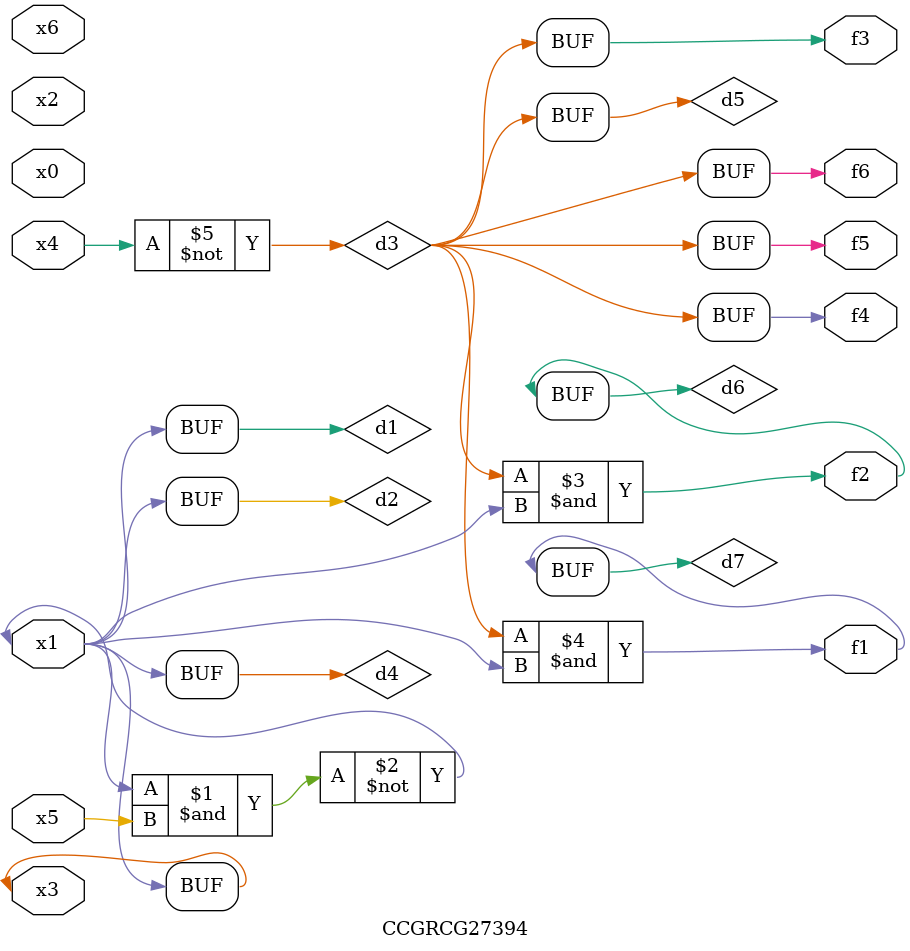
<source format=v>
module CCGRCG27394(
	input x0, x1, x2, x3, x4, x5, x6,
	output f1, f2, f3, f4, f5, f6
);

	wire d1, d2, d3, d4, d5, d6, d7;

	buf (d1, x1, x3);
	nand (d2, x1, x5);
	not (d3, x4);
	buf (d4, d1, d2);
	buf (d5, d3);
	and (d6, d3, d4);
	and (d7, d3, d4);
	assign f1 = d7;
	assign f2 = d6;
	assign f3 = d5;
	assign f4 = d5;
	assign f5 = d5;
	assign f6 = d5;
endmodule

</source>
